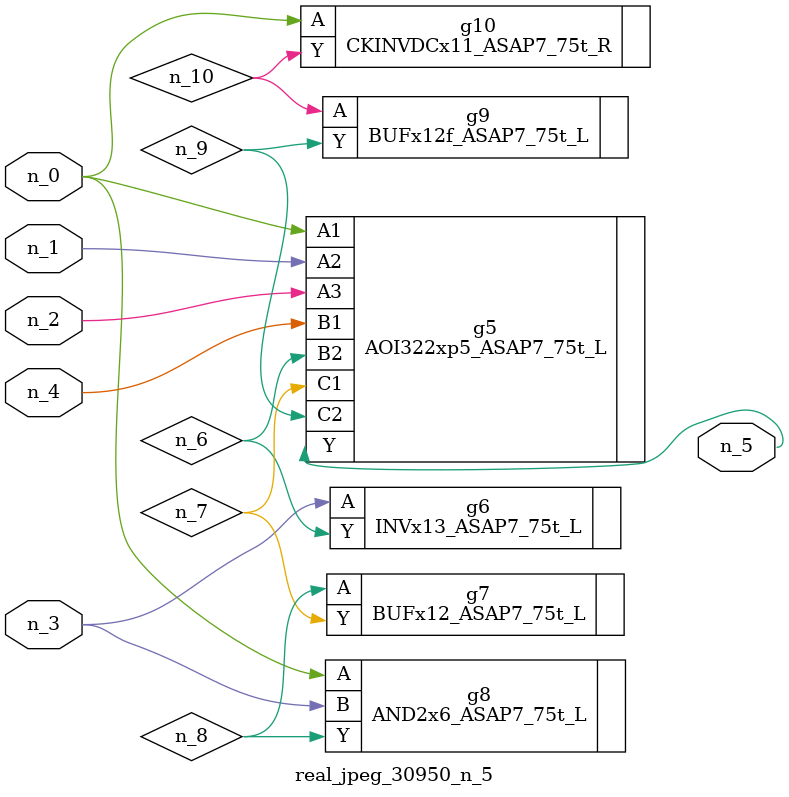
<source format=v>
module real_jpeg_30950_n_5 (n_4, n_0, n_1, n_2, n_3, n_5);

input n_4;
input n_0;
input n_1;
input n_2;
input n_3;

output n_5;

wire n_8;
wire n_6;
wire n_7;
wire n_10;
wire n_9;

AOI322xp5_ASAP7_75t_L g5 ( 
.A1(n_0),
.A2(n_1),
.A3(n_2),
.B1(n_4),
.B2(n_6),
.C1(n_7),
.C2(n_9),
.Y(n_5)
);

AND2x6_ASAP7_75t_L g8 ( 
.A(n_0),
.B(n_3),
.Y(n_8)
);

CKINVDCx11_ASAP7_75t_R g10 ( 
.A(n_0),
.Y(n_10)
);

INVx13_ASAP7_75t_L g6 ( 
.A(n_3),
.Y(n_6)
);

BUFx12_ASAP7_75t_L g7 ( 
.A(n_8),
.Y(n_7)
);

BUFx12f_ASAP7_75t_L g9 ( 
.A(n_10),
.Y(n_9)
);


endmodule
</source>
